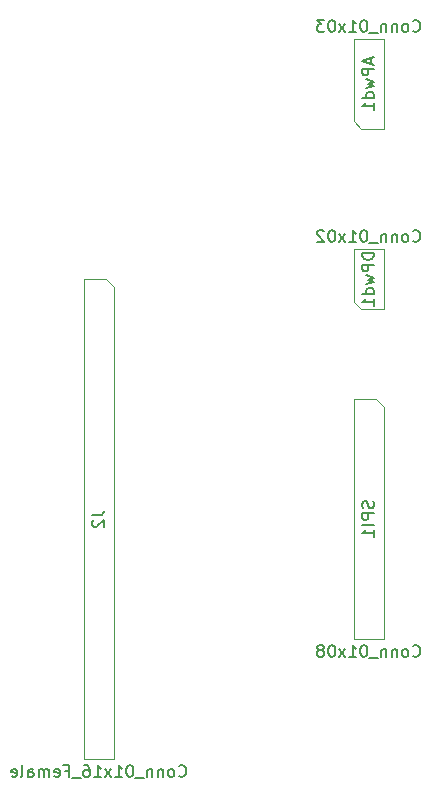
<source format=gbr>
%TF.GenerationSoftware,KiCad,Pcbnew,8.0.7*%
%TF.CreationDate,2025-04-29T18:28:53-03:00*%
%TF.ProjectId,ads_headstage_breadboard_v2,6164735f-6865-4616-9473-746167655f62,rev?*%
%TF.SameCoordinates,Original*%
%TF.FileFunction,AssemblyDrawing,Bot*%
%FSLAX46Y46*%
G04 Gerber Fmt 4.6, Leading zero omitted, Abs format (unit mm)*
G04 Created by KiCad (PCBNEW 8.0.7) date 2025-04-29 18:28:53*
%MOMM*%
%LPD*%
G01*
G04 APERTURE LIST*
%ADD10C,0.150000*%
%ADD11C,0.100000*%
G04 APERTURE END LIST*
D10*
X133278095Y-71674580D02*
X133325714Y-71722200D01*
X133325714Y-71722200D02*
X133468571Y-71769819D01*
X133468571Y-71769819D02*
X133563809Y-71769819D01*
X133563809Y-71769819D02*
X133706666Y-71722200D01*
X133706666Y-71722200D02*
X133801904Y-71626961D01*
X133801904Y-71626961D02*
X133849523Y-71531723D01*
X133849523Y-71531723D02*
X133897142Y-71341247D01*
X133897142Y-71341247D02*
X133897142Y-71198390D01*
X133897142Y-71198390D02*
X133849523Y-71007914D01*
X133849523Y-71007914D02*
X133801904Y-70912676D01*
X133801904Y-70912676D02*
X133706666Y-70817438D01*
X133706666Y-70817438D02*
X133563809Y-70769819D01*
X133563809Y-70769819D02*
X133468571Y-70769819D01*
X133468571Y-70769819D02*
X133325714Y-70817438D01*
X133325714Y-70817438D02*
X133278095Y-70865057D01*
X132706666Y-71769819D02*
X132801904Y-71722200D01*
X132801904Y-71722200D02*
X132849523Y-71674580D01*
X132849523Y-71674580D02*
X132897142Y-71579342D01*
X132897142Y-71579342D02*
X132897142Y-71293628D01*
X132897142Y-71293628D02*
X132849523Y-71198390D01*
X132849523Y-71198390D02*
X132801904Y-71150771D01*
X132801904Y-71150771D02*
X132706666Y-71103152D01*
X132706666Y-71103152D02*
X132563809Y-71103152D01*
X132563809Y-71103152D02*
X132468571Y-71150771D01*
X132468571Y-71150771D02*
X132420952Y-71198390D01*
X132420952Y-71198390D02*
X132373333Y-71293628D01*
X132373333Y-71293628D02*
X132373333Y-71579342D01*
X132373333Y-71579342D02*
X132420952Y-71674580D01*
X132420952Y-71674580D02*
X132468571Y-71722200D01*
X132468571Y-71722200D02*
X132563809Y-71769819D01*
X132563809Y-71769819D02*
X132706666Y-71769819D01*
X131944761Y-71103152D02*
X131944761Y-71769819D01*
X131944761Y-71198390D02*
X131897142Y-71150771D01*
X131897142Y-71150771D02*
X131801904Y-71103152D01*
X131801904Y-71103152D02*
X131659047Y-71103152D01*
X131659047Y-71103152D02*
X131563809Y-71150771D01*
X131563809Y-71150771D02*
X131516190Y-71246009D01*
X131516190Y-71246009D02*
X131516190Y-71769819D01*
X131039999Y-71103152D02*
X131039999Y-71769819D01*
X131039999Y-71198390D02*
X130992380Y-71150771D01*
X130992380Y-71150771D02*
X130897142Y-71103152D01*
X130897142Y-71103152D02*
X130754285Y-71103152D01*
X130754285Y-71103152D02*
X130659047Y-71150771D01*
X130659047Y-71150771D02*
X130611428Y-71246009D01*
X130611428Y-71246009D02*
X130611428Y-71769819D01*
X130373333Y-71865057D02*
X129611428Y-71865057D01*
X129182856Y-70769819D02*
X129087618Y-70769819D01*
X129087618Y-70769819D02*
X128992380Y-70817438D01*
X128992380Y-70817438D02*
X128944761Y-70865057D01*
X128944761Y-70865057D02*
X128897142Y-70960295D01*
X128897142Y-70960295D02*
X128849523Y-71150771D01*
X128849523Y-71150771D02*
X128849523Y-71388866D01*
X128849523Y-71388866D02*
X128897142Y-71579342D01*
X128897142Y-71579342D02*
X128944761Y-71674580D01*
X128944761Y-71674580D02*
X128992380Y-71722200D01*
X128992380Y-71722200D02*
X129087618Y-71769819D01*
X129087618Y-71769819D02*
X129182856Y-71769819D01*
X129182856Y-71769819D02*
X129278094Y-71722200D01*
X129278094Y-71722200D02*
X129325713Y-71674580D01*
X129325713Y-71674580D02*
X129373332Y-71579342D01*
X129373332Y-71579342D02*
X129420951Y-71388866D01*
X129420951Y-71388866D02*
X129420951Y-71150771D01*
X129420951Y-71150771D02*
X129373332Y-70960295D01*
X129373332Y-70960295D02*
X129325713Y-70865057D01*
X129325713Y-70865057D02*
X129278094Y-70817438D01*
X129278094Y-70817438D02*
X129182856Y-70769819D01*
X127897142Y-71769819D02*
X128468570Y-71769819D01*
X128182856Y-71769819D02*
X128182856Y-70769819D01*
X128182856Y-70769819D02*
X128278094Y-70912676D01*
X128278094Y-70912676D02*
X128373332Y-71007914D01*
X128373332Y-71007914D02*
X128468570Y-71055533D01*
X127563808Y-71769819D02*
X127039999Y-71103152D01*
X127563808Y-71103152D02*
X127039999Y-71769819D01*
X126468570Y-70769819D02*
X126373332Y-70769819D01*
X126373332Y-70769819D02*
X126278094Y-70817438D01*
X126278094Y-70817438D02*
X126230475Y-70865057D01*
X126230475Y-70865057D02*
X126182856Y-70960295D01*
X126182856Y-70960295D02*
X126135237Y-71150771D01*
X126135237Y-71150771D02*
X126135237Y-71388866D01*
X126135237Y-71388866D02*
X126182856Y-71579342D01*
X126182856Y-71579342D02*
X126230475Y-71674580D01*
X126230475Y-71674580D02*
X126278094Y-71722200D01*
X126278094Y-71722200D02*
X126373332Y-71769819D01*
X126373332Y-71769819D02*
X126468570Y-71769819D01*
X126468570Y-71769819D02*
X126563808Y-71722200D01*
X126563808Y-71722200D02*
X126611427Y-71674580D01*
X126611427Y-71674580D02*
X126659046Y-71579342D01*
X126659046Y-71579342D02*
X126706665Y-71388866D01*
X126706665Y-71388866D02*
X126706665Y-71150771D01*
X126706665Y-71150771D02*
X126659046Y-70960295D01*
X126659046Y-70960295D02*
X126611427Y-70865057D01*
X126611427Y-70865057D02*
X126563808Y-70817438D01*
X126563808Y-70817438D02*
X126468570Y-70769819D01*
X125801903Y-70769819D02*
X125182856Y-70769819D01*
X125182856Y-70769819D02*
X125516189Y-71150771D01*
X125516189Y-71150771D02*
X125373332Y-71150771D01*
X125373332Y-71150771D02*
X125278094Y-71198390D01*
X125278094Y-71198390D02*
X125230475Y-71246009D01*
X125230475Y-71246009D02*
X125182856Y-71341247D01*
X125182856Y-71341247D02*
X125182856Y-71579342D01*
X125182856Y-71579342D02*
X125230475Y-71674580D01*
X125230475Y-71674580D02*
X125278094Y-71722200D01*
X125278094Y-71722200D02*
X125373332Y-71769819D01*
X125373332Y-71769819D02*
X125659046Y-71769819D01*
X125659046Y-71769819D02*
X125754284Y-71722200D01*
X125754284Y-71722200D02*
X125801903Y-71674580D01*
X129709104Y-73994524D02*
X129709104Y-74470714D01*
X129994819Y-73899286D02*
X128994819Y-74232619D01*
X128994819Y-74232619D02*
X129994819Y-74565952D01*
X129994819Y-74899286D02*
X128994819Y-74899286D01*
X128994819Y-74899286D02*
X128994819Y-75280238D01*
X128994819Y-75280238D02*
X129042438Y-75375476D01*
X129042438Y-75375476D02*
X129090057Y-75423095D01*
X129090057Y-75423095D02*
X129185295Y-75470714D01*
X129185295Y-75470714D02*
X129328152Y-75470714D01*
X129328152Y-75470714D02*
X129423390Y-75423095D01*
X129423390Y-75423095D02*
X129471009Y-75375476D01*
X129471009Y-75375476D02*
X129518628Y-75280238D01*
X129518628Y-75280238D02*
X129518628Y-74899286D01*
X129328152Y-75804048D02*
X129994819Y-75994524D01*
X129994819Y-75994524D02*
X129518628Y-76185000D01*
X129518628Y-76185000D02*
X129994819Y-76375476D01*
X129994819Y-76375476D02*
X129328152Y-76565952D01*
X129994819Y-77375476D02*
X128994819Y-77375476D01*
X129947200Y-77375476D02*
X129994819Y-77280238D01*
X129994819Y-77280238D02*
X129994819Y-77089762D01*
X129994819Y-77089762D02*
X129947200Y-76994524D01*
X129947200Y-76994524D02*
X129899580Y-76946905D01*
X129899580Y-76946905D02*
X129804342Y-76899286D01*
X129804342Y-76899286D02*
X129518628Y-76899286D01*
X129518628Y-76899286D02*
X129423390Y-76946905D01*
X129423390Y-76946905D02*
X129375771Y-76994524D01*
X129375771Y-76994524D02*
X129328152Y-77089762D01*
X129328152Y-77089762D02*
X129328152Y-77280238D01*
X129328152Y-77280238D02*
X129375771Y-77375476D01*
X129994819Y-78375476D02*
X129994819Y-77804048D01*
X129994819Y-78089762D02*
X128994819Y-78089762D01*
X128994819Y-78089762D02*
X129137676Y-77994524D01*
X129137676Y-77994524D02*
X129232914Y-77899286D01*
X129232914Y-77899286D02*
X129280533Y-77804048D01*
X133278095Y-89469580D02*
X133325714Y-89517200D01*
X133325714Y-89517200D02*
X133468571Y-89564819D01*
X133468571Y-89564819D02*
X133563809Y-89564819D01*
X133563809Y-89564819D02*
X133706666Y-89517200D01*
X133706666Y-89517200D02*
X133801904Y-89421961D01*
X133801904Y-89421961D02*
X133849523Y-89326723D01*
X133849523Y-89326723D02*
X133897142Y-89136247D01*
X133897142Y-89136247D02*
X133897142Y-88993390D01*
X133897142Y-88993390D02*
X133849523Y-88802914D01*
X133849523Y-88802914D02*
X133801904Y-88707676D01*
X133801904Y-88707676D02*
X133706666Y-88612438D01*
X133706666Y-88612438D02*
X133563809Y-88564819D01*
X133563809Y-88564819D02*
X133468571Y-88564819D01*
X133468571Y-88564819D02*
X133325714Y-88612438D01*
X133325714Y-88612438D02*
X133278095Y-88660057D01*
X132706666Y-89564819D02*
X132801904Y-89517200D01*
X132801904Y-89517200D02*
X132849523Y-89469580D01*
X132849523Y-89469580D02*
X132897142Y-89374342D01*
X132897142Y-89374342D02*
X132897142Y-89088628D01*
X132897142Y-89088628D02*
X132849523Y-88993390D01*
X132849523Y-88993390D02*
X132801904Y-88945771D01*
X132801904Y-88945771D02*
X132706666Y-88898152D01*
X132706666Y-88898152D02*
X132563809Y-88898152D01*
X132563809Y-88898152D02*
X132468571Y-88945771D01*
X132468571Y-88945771D02*
X132420952Y-88993390D01*
X132420952Y-88993390D02*
X132373333Y-89088628D01*
X132373333Y-89088628D02*
X132373333Y-89374342D01*
X132373333Y-89374342D02*
X132420952Y-89469580D01*
X132420952Y-89469580D02*
X132468571Y-89517200D01*
X132468571Y-89517200D02*
X132563809Y-89564819D01*
X132563809Y-89564819D02*
X132706666Y-89564819D01*
X131944761Y-88898152D02*
X131944761Y-89564819D01*
X131944761Y-88993390D02*
X131897142Y-88945771D01*
X131897142Y-88945771D02*
X131801904Y-88898152D01*
X131801904Y-88898152D02*
X131659047Y-88898152D01*
X131659047Y-88898152D02*
X131563809Y-88945771D01*
X131563809Y-88945771D02*
X131516190Y-89041009D01*
X131516190Y-89041009D02*
X131516190Y-89564819D01*
X131039999Y-88898152D02*
X131039999Y-89564819D01*
X131039999Y-88993390D02*
X130992380Y-88945771D01*
X130992380Y-88945771D02*
X130897142Y-88898152D01*
X130897142Y-88898152D02*
X130754285Y-88898152D01*
X130754285Y-88898152D02*
X130659047Y-88945771D01*
X130659047Y-88945771D02*
X130611428Y-89041009D01*
X130611428Y-89041009D02*
X130611428Y-89564819D01*
X130373333Y-89660057D02*
X129611428Y-89660057D01*
X129182856Y-88564819D02*
X129087618Y-88564819D01*
X129087618Y-88564819D02*
X128992380Y-88612438D01*
X128992380Y-88612438D02*
X128944761Y-88660057D01*
X128944761Y-88660057D02*
X128897142Y-88755295D01*
X128897142Y-88755295D02*
X128849523Y-88945771D01*
X128849523Y-88945771D02*
X128849523Y-89183866D01*
X128849523Y-89183866D02*
X128897142Y-89374342D01*
X128897142Y-89374342D02*
X128944761Y-89469580D01*
X128944761Y-89469580D02*
X128992380Y-89517200D01*
X128992380Y-89517200D02*
X129087618Y-89564819D01*
X129087618Y-89564819D02*
X129182856Y-89564819D01*
X129182856Y-89564819D02*
X129278094Y-89517200D01*
X129278094Y-89517200D02*
X129325713Y-89469580D01*
X129325713Y-89469580D02*
X129373332Y-89374342D01*
X129373332Y-89374342D02*
X129420951Y-89183866D01*
X129420951Y-89183866D02*
X129420951Y-88945771D01*
X129420951Y-88945771D02*
X129373332Y-88755295D01*
X129373332Y-88755295D02*
X129325713Y-88660057D01*
X129325713Y-88660057D02*
X129278094Y-88612438D01*
X129278094Y-88612438D02*
X129182856Y-88564819D01*
X127897142Y-89564819D02*
X128468570Y-89564819D01*
X128182856Y-89564819D02*
X128182856Y-88564819D01*
X128182856Y-88564819D02*
X128278094Y-88707676D01*
X128278094Y-88707676D02*
X128373332Y-88802914D01*
X128373332Y-88802914D02*
X128468570Y-88850533D01*
X127563808Y-89564819D02*
X127039999Y-88898152D01*
X127563808Y-88898152D02*
X127039999Y-89564819D01*
X126468570Y-88564819D02*
X126373332Y-88564819D01*
X126373332Y-88564819D02*
X126278094Y-88612438D01*
X126278094Y-88612438D02*
X126230475Y-88660057D01*
X126230475Y-88660057D02*
X126182856Y-88755295D01*
X126182856Y-88755295D02*
X126135237Y-88945771D01*
X126135237Y-88945771D02*
X126135237Y-89183866D01*
X126135237Y-89183866D02*
X126182856Y-89374342D01*
X126182856Y-89374342D02*
X126230475Y-89469580D01*
X126230475Y-89469580D02*
X126278094Y-89517200D01*
X126278094Y-89517200D02*
X126373332Y-89564819D01*
X126373332Y-89564819D02*
X126468570Y-89564819D01*
X126468570Y-89564819D02*
X126563808Y-89517200D01*
X126563808Y-89517200D02*
X126611427Y-89469580D01*
X126611427Y-89469580D02*
X126659046Y-89374342D01*
X126659046Y-89374342D02*
X126706665Y-89183866D01*
X126706665Y-89183866D02*
X126706665Y-88945771D01*
X126706665Y-88945771D02*
X126659046Y-88755295D01*
X126659046Y-88755295D02*
X126611427Y-88660057D01*
X126611427Y-88660057D02*
X126563808Y-88612438D01*
X126563808Y-88612438D02*
X126468570Y-88564819D01*
X125754284Y-88660057D02*
X125706665Y-88612438D01*
X125706665Y-88612438D02*
X125611427Y-88564819D01*
X125611427Y-88564819D02*
X125373332Y-88564819D01*
X125373332Y-88564819D02*
X125278094Y-88612438D01*
X125278094Y-88612438D02*
X125230475Y-88660057D01*
X125230475Y-88660057D02*
X125182856Y-88755295D01*
X125182856Y-88755295D02*
X125182856Y-88850533D01*
X125182856Y-88850533D02*
X125230475Y-88993390D01*
X125230475Y-88993390D02*
X125801903Y-89564819D01*
X125801903Y-89564819D02*
X125182856Y-89564819D01*
X129994819Y-90495714D02*
X128994819Y-90495714D01*
X128994819Y-90495714D02*
X128994819Y-90733809D01*
X128994819Y-90733809D02*
X129042438Y-90876666D01*
X129042438Y-90876666D02*
X129137676Y-90971904D01*
X129137676Y-90971904D02*
X129232914Y-91019523D01*
X129232914Y-91019523D02*
X129423390Y-91067142D01*
X129423390Y-91067142D02*
X129566247Y-91067142D01*
X129566247Y-91067142D02*
X129756723Y-91019523D01*
X129756723Y-91019523D02*
X129851961Y-90971904D01*
X129851961Y-90971904D02*
X129947200Y-90876666D01*
X129947200Y-90876666D02*
X129994819Y-90733809D01*
X129994819Y-90733809D02*
X129994819Y-90495714D01*
X129994819Y-91495714D02*
X128994819Y-91495714D01*
X128994819Y-91495714D02*
X128994819Y-91876666D01*
X128994819Y-91876666D02*
X129042438Y-91971904D01*
X129042438Y-91971904D02*
X129090057Y-92019523D01*
X129090057Y-92019523D02*
X129185295Y-92067142D01*
X129185295Y-92067142D02*
X129328152Y-92067142D01*
X129328152Y-92067142D02*
X129423390Y-92019523D01*
X129423390Y-92019523D02*
X129471009Y-91971904D01*
X129471009Y-91971904D02*
X129518628Y-91876666D01*
X129518628Y-91876666D02*
X129518628Y-91495714D01*
X129328152Y-92400476D02*
X129994819Y-92590952D01*
X129994819Y-92590952D02*
X129518628Y-92781428D01*
X129518628Y-92781428D02*
X129994819Y-92971904D01*
X129994819Y-92971904D02*
X129328152Y-93162380D01*
X129994819Y-93971904D02*
X128994819Y-93971904D01*
X129947200Y-93971904D02*
X129994819Y-93876666D01*
X129994819Y-93876666D02*
X129994819Y-93686190D01*
X129994819Y-93686190D02*
X129947200Y-93590952D01*
X129947200Y-93590952D02*
X129899580Y-93543333D01*
X129899580Y-93543333D02*
X129804342Y-93495714D01*
X129804342Y-93495714D02*
X129518628Y-93495714D01*
X129518628Y-93495714D02*
X129423390Y-93543333D01*
X129423390Y-93543333D02*
X129375771Y-93590952D01*
X129375771Y-93590952D02*
X129328152Y-93686190D01*
X129328152Y-93686190D02*
X129328152Y-93876666D01*
X129328152Y-93876666D02*
X129375771Y-93971904D01*
X129994819Y-94971904D02*
X129994819Y-94400476D01*
X129994819Y-94686190D02*
X128994819Y-94686190D01*
X128994819Y-94686190D02*
X129137676Y-94590952D01*
X129137676Y-94590952D02*
X129232914Y-94495714D01*
X129232914Y-94495714D02*
X129280533Y-94400476D01*
X133278095Y-124609580D02*
X133325714Y-124657200D01*
X133325714Y-124657200D02*
X133468571Y-124704819D01*
X133468571Y-124704819D02*
X133563809Y-124704819D01*
X133563809Y-124704819D02*
X133706666Y-124657200D01*
X133706666Y-124657200D02*
X133801904Y-124561961D01*
X133801904Y-124561961D02*
X133849523Y-124466723D01*
X133849523Y-124466723D02*
X133897142Y-124276247D01*
X133897142Y-124276247D02*
X133897142Y-124133390D01*
X133897142Y-124133390D02*
X133849523Y-123942914D01*
X133849523Y-123942914D02*
X133801904Y-123847676D01*
X133801904Y-123847676D02*
X133706666Y-123752438D01*
X133706666Y-123752438D02*
X133563809Y-123704819D01*
X133563809Y-123704819D02*
X133468571Y-123704819D01*
X133468571Y-123704819D02*
X133325714Y-123752438D01*
X133325714Y-123752438D02*
X133278095Y-123800057D01*
X132706666Y-124704819D02*
X132801904Y-124657200D01*
X132801904Y-124657200D02*
X132849523Y-124609580D01*
X132849523Y-124609580D02*
X132897142Y-124514342D01*
X132897142Y-124514342D02*
X132897142Y-124228628D01*
X132897142Y-124228628D02*
X132849523Y-124133390D01*
X132849523Y-124133390D02*
X132801904Y-124085771D01*
X132801904Y-124085771D02*
X132706666Y-124038152D01*
X132706666Y-124038152D02*
X132563809Y-124038152D01*
X132563809Y-124038152D02*
X132468571Y-124085771D01*
X132468571Y-124085771D02*
X132420952Y-124133390D01*
X132420952Y-124133390D02*
X132373333Y-124228628D01*
X132373333Y-124228628D02*
X132373333Y-124514342D01*
X132373333Y-124514342D02*
X132420952Y-124609580D01*
X132420952Y-124609580D02*
X132468571Y-124657200D01*
X132468571Y-124657200D02*
X132563809Y-124704819D01*
X132563809Y-124704819D02*
X132706666Y-124704819D01*
X131944761Y-124038152D02*
X131944761Y-124704819D01*
X131944761Y-124133390D02*
X131897142Y-124085771D01*
X131897142Y-124085771D02*
X131801904Y-124038152D01*
X131801904Y-124038152D02*
X131659047Y-124038152D01*
X131659047Y-124038152D02*
X131563809Y-124085771D01*
X131563809Y-124085771D02*
X131516190Y-124181009D01*
X131516190Y-124181009D02*
X131516190Y-124704819D01*
X131039999Y-124038152D02*
X131039999Y-124704819D01*
X131039999Y-124133390D02*
X130992380Y-124085771D01*
X130992380Y-124085771D02*
X130897142Y-124038152D01*
X130897142Y-124038152D02*
X130754285Y-124038152D01*
X130754285Y-124038152D02*
X130659047Y-124085771D01*
X130659047Y-124085771D02*
X130611428Y-124181009D01*
X130611428Y-124181009D02*
X130611428Y-124704819D01*
X130373333Y-124800057D02*
X129611428Y-124800057D01*
X129182856Y-123704819D02*
X129087618Y-123704819D01*
X129087618Y-123704819D02*
X128992380Y-123752438D01*
X128992380Y-123752438D02*
X128944761Y-123800057D01*
X128944761Y-123800057D02*
X128897142Y-123895295D01*
X128897142Y-123895295D02*
X128849523Y-124085771D01*
X128849523Y-124085771D02*
X128849523Y-124323866D01*
X128849523Y-124323866D02*
X128897142Y-124514342D01*
X128897142Y-124514342D02*
X128944761Y-124609580D01*
X128944761Y-124609580D02*
X128992380Y-124657200D01*
X128992380Y-124657200D02*
X129087618Y-124704819D01*
X129087618Y-124704819D02*
X129182856Y-124704819D01*
X129182856Y-124704819D02*
X129278094Y-124657200D01*
X129278094Y-124657200D02*
X129325713Y-124609580D01*
X129325713Y-124609580D02*
X129373332Y-124514342D01*
X129373332Y-124514342D02*
X129420951Y-124323866D01*
X129420951Y-124323866D02*
X129420951Y-124085771D01*
X129420951Y-124085771D02*
X129373332Y-123895295D01*
X129373332Y-123895295D02*
X129325713Y-123800057D01*
X129325713Y-123800057D02*
X129278094Y-123752438D01*
X129278094Y-123752438D02*
X129182856Y-123704819D01*
X127897142Y-124704819D02*
X128468570Y-124704819D01*
X128182856Y-124704819D02*
X128182856Y-123704819D01*
X128182856Y-123704819D02*
X128278094Y-123847676D01*
X128278094Y-123847676D02*
X128373332Y-123942914D01*
X128373332Y-123942914D02*
X128468570Y-123990533D01*
X127563808Y-124704819D02*
X127039999Y-124038152D01*
X127563808Y-124038152D02*
X127039999Y-124704819D01*
X126468570Y-123704819D02*
X126373332Y-123704819D01*
X126373332Y-123704819D02*
X126278094Y-123752438D01*
X126278094Y-123752438D02*
X126230475Y-123800057D01*
X126230475Y-123800057D02*
X126182856Y-123895295D01*
X126182856Y-123895295D02*
X126135237Y-124085771D01*
X126135237Y-124085771D02*
X126135237Y-124323866D01*
X126135237Y-124323866D02*
X126182856Y-124514342D01*
X126182856Y-124514342D02*
X126230475Y-124609580D01*
X126230475Y-124609580D02*
X126278094Y-124657200D01*
X126278094Y-124657200D02*
X126373332Y-124704819D01*
X126373332Y-124704819D02*
X126468570Y-124704819D01*
X126468570Y-124704819D02*
X126563808Y-124657200D01*
X126563808Y-124657200D02*
X126611427Y-124609580D01*
X126611427Y-124609580D02*
X126659046Y-124514342D01*
X126659046Y-124514342D02*
X126706665Y-124323866D01*
X126706665Y-124323866D02*
X126706665Y-124085771D01*
X126706665Y-124085771D02*
X126659046Y-123895295D01*
X126659046Y-123895295D02*
X126611427Y-123800057D01*
X126611427Y-123800057D02*
X126563808Y-123752438D01*
X126563808Y-123752438D02*
X126468570Y-123704819D01*
X125563808Y-124133390D02*
X125659046Y-124085771D01*
X125659046Y-124085771D02*
X125706665Y-124038152D01*
X125706665Y-124038152D02*
X125754284Y-123942914D01*
X125754284Y-123942914D02*
X125754284Y-123895295D01*
X125754284Y-123895295D02*
X125706665Y-123800057D01*
X125706665Y-123800057D02*
X125659046Y-123752438D01*
X125659046Y-123752438D02*
X125563808Y-123704819D01*
X125563808Y-123704819D02*
X125373332Y-123704819D01*
X125373332Y-123704819D02*
X125278094Y-123752438D01*
X125278094Y-123752438D02*
X125230475Y-123800057D01*
X125230475Y-123800057D02*
X125182856Y-123895295D01*
X125182856Y-123895295D02*
X125182856Y-123942914D01*
X125182856Y-123942914D02*
X125230475Y-124038152D01*
X125230475Y-124038152D02*
X125278094Y-124085771D01*
X125278094Y-124085771D02*
X125373332Y-124133390D01*
X125373332Y-124133390D02*
X125563808Y-124133390D01*
X125563808Y-124133390D02*
X125659046Y-124181009D01*
X125659046Y-124181009D02*
X125706665Y-124228628D01*
X125706665Y-124228628D02*
X125754284Y-124323866D01*
X125754284Y-124323866D02*
X125754284Y-124514342D01*
X125754284Y-124514342D02*
X125706665Y-124609580D01*
X125706665Y-124609580D02*
X125659046Y-124657200D01*
X125659046Y-124657200D02*
X125563808Y-124704819D01*
X125563808Y-124704819D02*
X125373332Y-124704819D01*
X125373332Y-124704819D02*
X125278094Y-124657200D01*
X125278094Y-124657200D02*
X125230475Y-124609580D01*
X125230475Y-124609580D02*
X125182856Y-124514342D01*
X125182856Y-124514342D02*
X125182856Y-124323866D01*
X125182856Y-124323866D02*
X125230475Y-124228628D01*
X125230475Y-124228628D02*
X125278094Y-124181009D01*
X125278094Y-124181009D02*
X125373332Y-124133390D01*
X129947200Y-111530000D02*
X129994819Y-111672857D01*
X129994819Y-111672857D02*
X129994819Y-111910952D01*
X129994819Y-111910952D02*
X129947200Y-112006190D01*
X129947200Y-112006190D02*
X129899580Y-112053809D01*
X129899580Y-112053809D02*
X129804342Y-112101428D01*
X129804342Y-112101428D02*
X129709104Y-112101428D01*
X129709104Y-112101428D02*
X129613866Y-112053809D01*
X129613866Y-112053809D02*
X129566247Y-112006190D01*
X129566247Y-112006190D02*
X129518628Y-111910952D01*
X129518628Y-111910952D02*
X129471009Y-111720476D01*
X129471009Y-111720476D02*
X129423390Y-111625238D01*
X129423390Y-111625238D02*
X129375771Y-111577619D01*
X129375771Y-111577619D02*
X129280533Y-111530000D01*
X129280533Y-111530000D02*
X129185295Y-111530000D01*
X129185295Y-111530000D02*
X129090057Y-111577619D01*
X129090057Y-111577619D02*
X129042438Y-111625238D01*
X129042438Y-111625238D02*
X128994819Y-111720476D01*
X128994819Y-111720476D02*
X128994819Y-111958571D01*
X128994819Y-111958571D02*
X129042438Y-112101428D01*
X129994819Y-112530000D02*
X128994819Y-112530000D01*
X128994819Y-112530000D02*
X128994819Y-112910952D01*
X128994819Y-112910952D02*
X129042438Y-113006190D01*
X129042438Y-113006190D02*
X129090057Y-113053809D01*
X129090057Y-113053809D02*
X129185295Y-113101428D01*
X129185295Y-113101428D02*
X129328152Y-113101428D01*
X129328152Y-113101428D02*
X129423390Y-113053809D01*
X129423390Y-113053809D02*
X129471009Y-113006190D01*
X129471009Y-113006190D02*
X129518628Y-112910952D01*
X129518628Y-112910952D02*
X129518628Y-112530000D01*
X129994819Y-113530000D02*
X128994819Y-113530000D01*
X129994819Y-114529999D02*
X129994819Y-113958571D01*
X129994819Y-114244285D02*
X128994819Y-114244285D01*
X128994819Y-114244285D02*
X129137676Y-114149047D01*
X129137676Y-114149047D02*
X129232914Y-114053809D01*
X129232914Y-114053809D02*
X129280533Y-113958571D01*
X113465715Y-134769580D02*
X113513334Y-134817200D01*
X113513334Y-134817200D02*
X113656191Y-134864819D01*
X113656191Y-134864819D02*
X113751429Y-134864819D01*
X113751429Y-134864819D02*
X113894286Y-134817200D01*
X113894286Y-134817200D02*
X113989524Y-134721961D01*
X113989524Y-134721961D02*
X114037143Y-134626723D01*
X114037143Y-134626723D02*
X114084762Y-134436247D01*
X114084762Y-134436247D02*
X114084762Y-134293390D01*
X114084762Y-134293390D02*
X114037143Y-134102914D01*
X114037143Y-134102914D02*
X113989524Y-134007676D01*
X113989524Y-134007676D02*
X113894286Y-133912438D01*
X113894286Y-133912438D02*
X113751429Y-133864819D01*
X113751429Y-133864819D02*
X113656191Y-133864819D01*
X113656191Y-133864819D02*
X113513334Y-133912438D01*
X113513334Y-133912438D02*
X113465715Y-133960057D01*
X112894286Y-134864819D02*
X112989524Y-134817200D01*
X112989524Y-134817200D02*
X113037143Y-134769580D01*
X113037143Y-134769580D02*
X113084762Y-134674342D01*
X113084762Y-134674342D02*
X113084762Y-134388628D01*
X113084762Y-134388628D02*
X113037143Y-134293390D01*
X113037143Y-134293390D02*
X112989524Y-134245771D01*
X112989524Y-134245771D02*
X112894286Y-134198152D01*
X112894286Y-134198152D02*
X112751429Y-134198152D01*
X112751429Y-134198152D02*
X112656191Y-134245771D01*
X112656191Y-134245771D02*
X112608572Y-134293390D01*
X112608572Y-134293390D02*
X112560953Y-134388628D01*
X112560953Y-134388628D02*
X112560953Y-134674342D01*
X112560953Y-134674342D02*
X112608572Y-134769580D01*
X112608572Y-134769580D02*
X112656191Y-134817200D01*
X112656191Y-134817200D02*
X112751429Y-134864819D01*
X112751429Y-134864819D02*
X112894286Y-134864819D01*
X112132381Y-134198152D02*
X112132381Y-134864819D01*
X112132381Y-134293390D02*
X112084762Y-134245771D01*
X112084762Y-134245771D02*
X111989524Y-134198152D01*
X111989524Y-134198152D02*
X111846667Y-134198152D01*
X111846667Y-134198152D02*
X111751429Y-134245771D01*
X111751429Y-134245771D02*
X111703810Y-134341009D01*
X111703810Y-134341009D02*
X111703810Y-134864819D01*
X111227619Y-134198152D02*
X111227619Y-134864819D01*
X111227619Y-134293390D02*
X111180000Y-134245771D01*
X111180000Y-134245771D02*
X111084762Y-134198152D01*
X111084762Y-134198152D02*
X110941905Y-134198152D01*
X110941905Y-134198152D02*
X110846667Y-134245771D01*
X110846667Y-134245771D02*
X110799048Y-134341009D01*
X110799048Y-134341009D02*
X110799048Y-134864819D01*
X110560953Y-134960057D02*
X109799048Y-134960057D01*
X109370476Y-133864819D02*
X109275238Y-133864819D01*
X109275238Y-133864819D02*
X109180000Y-133912438D01*
X109180000Y-133912438D02*
X109132381Y-133960057D01*
X109132381Y-133960057D02*
X109084762Y-134055295D01*
X109084762Y-134055295D02*
X109037143Y-134245771D01*
X109037143Y-134245771D02*
X109037143Y-134483866D01*
X109037143Y-134483866D02*
X109084762Y-134674342D01*
X109084762Y-134674342D02*
X109132381Y-134769580D01*
X109132381Y-134769580D02*
X109180000Y-134817200D01*
X109180000Y-134817200D02*
X109275238Y-134864819D01*
X109275238Y-134864819D02*
X109370476Y-134864819D01*
X109370476Y-134864819D02*
X109465714Y-134817200D01*
X109465714Y-134817200D02*
X109513333Y-134769580D01*
X109513333Y-134769580D02*
X109560952Y-134674342D01*
X109560952Y-134674342D02*
X109608571Y-134483866D01*
X109608571Y-134483866D02*
X109608571Y-134245771D01*
X109608571Y-134245771D02*
X109560952Y-134055295D01*
X109560952Y-134055295D02*
X109513333Y-133960057D01*
X109513333Y-133960057D02*
X109465714Y-133912438D01*
X109465714Y-133912438D02*
X109370476Y-133864819D01*
X108084762Y-134864819D02*
X108656190Y-134864819D01*
X108370476Y-134864819D02*
X108370476Y-133864819D01*
X108370476Y-133864819D02*
X108465714Y-134007676D01*
X108465714Y-134007676D02*
X108560952Y-134102914D01*
X108560952Y-134102914D02*
X108656190Y-134150533D01*
X107751428Y-134864819D02*
X107227619Y-134198152D01*
X107751428Y-134198152D02*
X107227619Y-134864819D01*
X106322857Y-134864819D02*
X106894285Y-134864819D01*
X106608571Y-134864819D02*
X106608571Y-133864819D01*
X106608571Y-133864819D02*
X106703809Y-134007676D01*
X106703809Y-134007676D02*
X106799047Y-134102914D01*
X106799047Y-134102914D02*
X106894285Y-134150533D01*
X105465714Y-133864819D02*
X105656190Y-133864819D01*
X105656190Y-133864819D02*
X105751428Y-133912438D01*
X105751428Y-133912438D02*
X105799047Y-133960057D01*
X105799047Y-133960057D02*
X105894285Y-134102914D01*
X105894285Y-134102914D02*
X105941904Y-134293390D01*
X105941904Y-134293390D02*
X105941904Y-134674342D01*
X105941904Y-134674342D02*
X105894285Y-134769580D01*
X105894285Y-134769580D02*
X105846666Y-134817200D01*
X105846666Y-134817200D02*
X105751428Y-134864819D01*
X105751428Y-134864819D02*
X105560952Y-134864819D01*
X105560952Y-134864819D02*
X105465714Y-134817200D01*
X105465714Y-134817200D02*
X105418095Y-134769580D01*
X105418095Y-134769580D02*
X105370476Y-134674342D01*
X105370476Y-134674342D02*
X105370476Y-134436247D01*
X105370476Y-134436247D02*
X105418095Y-134341009D01*
X105418095Y-134341009D02*
X105465714Y-134293390D01*
X105465714Y-134293390D02*
X105560952Y-134245771D01*
X105560952Y-134245771D02*
X105751428Y-134245771D01*
X105751428Y-134245771D02*
X105846666Y-134293390D01*
X105846666Y-134293390D02*
X105894285Y-134341009D01*
X105894285Y-134341009D02*
X105941904Y-134436247D01*
X105180000Y-134960057D02*
X104418095Y-134960057D01*
X103846666Y-134341009D02*
X104179999Y-134341009D01*
X104179999Y-134864819D02*
X104179999Y-133864819D01*
X104179999Y-133864819D02*
X103703809Y-133864819D01*
X102941904Y-134817200D02*
X103037142Y-134864819D01*
X103037142Y-134864819D02*
X103227618Y-134864819D01*
X103227618Y-134864819D02*
X103322856Y-134817200D01*
X103322856Y-134817200D02*
X103370475Y-134721961D01*
X103370475Y-134721961D02*
X103370475Y-134341009D01*
X103370475Y-134341009D02*
X103322856Y-134245771D01*
X103322856Y-134245771D02*
X103227618Y-134198152D01*
X103227618Y-134198152D02*
X103037142Y-134198152D01*
X103037142Y-134198152D02*
X102941904Y-134245771D01*
X102941904Y-134245771D02*
X102894285Y-134341009D01*
X102894285Y-134341009D02*
X102894285Y-134436247D01*
X102894285Y-134436247D02*
X103370475Y-134531485D01*
X102465713Y-134864819D02*
X102465713Y-134198152D01*
X102465713Y-134293390D02*
X102418094Y-134245771D01*
X102418094Y-134245771D02*
X102322856Y-134198152D01*
X102322856Y-134198152D02*
X102179999Y-134198152D01*
X102179999Y-134198152D02*
X102084761Y-134245771D01*
X102084761Y-134245771D02*
X102037142Y-134341009D01*
X102037142Y-134341009D02*
X102037142Y-134864819D01*
X102037142Y-134341009D02*
X101989523Y-134245771D01*
X101989523Y-134245771D02*
X101894285Y-134198152D01*
X101894285Y-134198152D02*
X101751428Y-134198152D01*
X101751428Y-134198152D02*
X101656189Y-134245771D01*
X101656189Y-134245771D02*
X101608570Y-134341009D01*
X101608570Y-134341009D02*
X101608570Y-134864819D01*
X100703809Y-134864819D02*
X100703809Y-134341009D01*
X100703809Y-134341009D02*
X100751428Y-134245771D01*
X100751428Y-134245771D02*
X100846666Y-134198152D01*
X100846666Y-134198152D02*
X101037142Y-134198152D01*
X101037142Y-134198152D02*
X101132380Y-134245771D01*
X100703809Y-134817200D02*
X100799047Y-134864819D01*
X100799047Y-134864819D02*
X101037142Y-134864819D01*
X101037142Y-134864819D02*
X101132380Y-134817200D01*
X101132380Y-134817200D02*
X101179999Y-134721961D01*
X101179999Y-134721961D02*
X101179999Y-134626723D01*
X101179999Y-134626723D02*
X101132380Y-134531485D01*
X101132380Y-134531485D02*
X101037142Y-134483866D01*
X101037142Y-134483866D02*
X100799047Y-134483866D01*
X100799047Y-134483866D02*
X100703809Y-134436247D01*
X100084761Y-134864819D02*
X100179999Y-134817200D01*
X100179999Y-134817200D02*
X100227618Y-134721961D01*
X100227618Y-134721961D02*
X100227618Y-133864819D01*
X99322856Y-134817200D02*
X99418094Y-134864819D01*
X99418094Y-134864819D02*
X99608570Y-134864819D01*
X99608570Y-134864819D02*
X99703808Y-134817200D01*
X99703808Y-134817200D02*
X99751427Y-134721961D01*
X99751427Y-134721961D02*
X99751427Y-134341009D01*
X99751427Y-134341009D02*
X99703808Y-134245771D01*
X99703808Y-134245771D02*
X99608570Y-134198152D01*
X99608570Y-134198152D02*
X99418094Y-134198152D01*
X99418094Y-134198152D02*
X99322856Y-134245771D01*
X99322856Y-134245771D02*
X99275237Y-134341009D01*
X99275237Y-134341009D02*
X99275237Y-134436247D01*
X99275237Y-134436247D02*
X99751427Y-134531485D01*
X106134819Y-112696666D02*
X106849104Y-112696666D01*
X106849104Y-112696666D02*
X106991961Y-112649047D01*
X106991961Y-112649047D02*
X107087200Y-112553809D01*
X107087200Y-112553809D02*
X107134819Y-112410952D01*
X107134819Y-112410952D02*
X107134819Y-112315714D01*
X106230057Y-113125238D02*
X106182438Y-113172857D01*
X106182438Y-113172857D02*
X106134819Y-113268095D01*
X106134819Y-113268095D02*
X106134819Y-113506190D01*
X106134819Y-113506190D02*
X106182438Y-113601428D01*
X106182438Y-113601428D02*
X106230057Y-113649047D01*
X106230057Y-113649047D02*
X106325295Y-113696666D01*
X106325295Y-113696666D02*
X106420533Y-113696666D01*
X106420533Y-113696666D02*
X106563390Y-113649047D01*
X106563390Y-113649047D02*
X107134819Y-113077619D01*
X107134819Y-113077619D02*
X107134819Y-113696666D01*
D11*
%TO.C,APwd1*%
X130810000Y-72375000D02*
X128270000Y-72375000D01*
X128270000Y-72375000D02*
X128270000Y-79360000D01*
X128270000Y-79360000D02*
X128905000Y-79995000D01*
X130810000Y-79995000D02*
X130810000Y-72375000D01*
X128905000Y-79995000D02*
X130810000Y-79995000D01*
%TO.C,DPwd1*%
X128270000Y-94615000D02*
X128905000Y-95250000D01*
X128270000Y-90170000D02*
X128270000Y-94615000D01*
X130810000Y-95250000D02*
X130810000Y-90170000D01*
X130810000Y-90170000D02*
X128270000Y-90170000D01*
X128905000Y-95250000D02*
X130810000Y-95250000D01*
%TO.C,SPI1*%
X130175000Y-102870000D02*
X128270000Y-102870000D01*
X128270000Y-102870000D02*
X128270000Y-123190000D01*
X128270000Y-123190000D02*
X130810000Y-123190000D01*
X130810000Y-123190000D02*
X130810000Y-103505000D01*
X130810000Y-103505000D02*
X130175000Y-102870000D01*
%TO.C,J2*%
X105410000Y-133350000D02*
X107950000Y-133350000D01*
X105410000Y-92710000D02*
X105410000Y-133350000D01*
X107950000Y-133350000D02*
X107950000Y-93345000D01*
X107950000Y-93345000D02*
X107315000Y-92710000D01*
X107315000Y-92710000D02*
X105410000Y-92710000D01*
%TD*%
M02*

</source>
